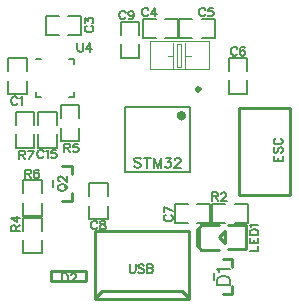
<source format=gto>
G04 ---------------------------- Layer name :TOP SILK LAYER*
G04 EasyEDA v5.6.15, Thu, 26 Jul 2018 23:13:41 GMT*
G04 a350aba4d1a84c778ca10979b53d7052*
G04 Gerber Generator version 0.2*
G04 Scale: 100 percent, Rotated: No, Reflected: No *
G04 Dimensions in inches *
G04 leading zeros omitted , absolute positions ,2 integer and 4 decimal *
%FSLAX24Y24*%
%MOIN*%
G90*
G70D02*

%ADD10C,0.010000*%
%ADD43C,0.007874*%
%ADD44C,0.003937*%
%ADD45C,0.004000*%
%ADD46C,0.005905*%
%ADD47C,0.011811*%
%ADD48C,0.015748*%
%ADD49C,0.007000*%
%ADD50C,0.005000*%
%ADD51C,0.006000*%

%LPD*%
G54D10*
G01X7805Y477D02*
G01X7805Y217D01*
G01X7805Y477D01*
G01X7805Y217D01*
G01X7484Y217D01*
G01X7484Y1367D02*
G01X7805Y1367D01*
G01X7805Y1107D01*
G54D43*
G01X7196Y910D02*
G01X7196Y675D01*
G01X2028Y8827D02*
G01X1594Y8827D01*
G01X1594Y9457D01*
G01X2028Y9457D01*
G01X2342Y8827D02*
G01X2776Y8827D01*
G01X2776Y9221D01*
G01X2776Y9457D01*
G01X2342Y9457D01*
G01X344Y7625D02*
G01X344Y8057D01*
G01X975Y8057D01*
G01X975Y7625D01*
G01X344Y7309D02*
G01X344Y6876D01*
G01X738Y6876D01*
G01X975Y6876D01*
G01X975Y7309D01*
G01X1965Y5521D02*
G01X1965Y5086D01*
G01X1334Y5086D01*
G01X1334Y5521D01*
G01X1965Y5834D02*
G01X1965Y6269D01*
G01X1571Y6269D01*
G01X1334Y6269D01*
G01X1334Y5834D01*
G54D10*
G01X7667Y1692D02*
G01X8278Y1692D01*
G01X8278Y2492D01*
G01X7667Y2492D01*
G01X7357Y1682D02*
G01X6778Y1682D01*
G01X6617Y1842D01*
G01X6617Y2342D01*
G01X6767Y2492D01*
G01X7367Y2492D01*
G01X7578Y1896D02*
G01X7578Y2289D01*
G01X7578Y2289D01*
G01X7382Y2092D01*
G01X7382Y2092D01*
G01X7578Y1896D01*
G01X6713Y1777D02*
G01X6713Y2407D01*
G54D43*
G01X2084Y6064D02*
G01X2084Y6498D01*
G01X2715Y6498D01*
G01X2715Y6064D01*
G01X2084Y5750D02*
G01X2084Y5316D01*
G01X2478Y5316D01*
G01X2715Y5316D01*
G01X2715Y5750D01*
G54D44*
G01X6423Y8129D02*
G01X6265Y8129D01*
G01X6226Y7736D02*
G01X6226Y8562D01*
G01X6107Y7775D02*
G01X6107Y8523D01*
G01X5951Y8523D01*
G01X5951Y7775D01*
G01X6107Y7775D01*
G01X5832Y7736D02*
G01X5832Y8562D01*
G01X5792Y8129D02*
G01X5675Y8129D01*
G54D45*
G01X7040Y8623D02*
G01X5071Y8623D01*
G01X5071Y7716D02*
G01X7040Y7716D01*
G01X5071Y7717D02*
G01X5071Y8623D01*
G01X7040Y7717D02*
G01X7040Y8623D01*
G54D43*
G01X5571Y9357D02*
G01X6005Y9357D01*
G01X6005Y8727D01*
G01X5571Y8727D01*
G01X5257Y9357D02*
G01X4823Y9357D01*
G01X4823Y8963D01*
G01X4823Y8727D01*
G01X5257Y8727D01*
G01X6478Y8727D02*
G01X6044Y8727D01*
G01X6044Y9357D01*
G01X6478Y9357D01*
G01X6792Y8727D02*
G01X7226Y8727D01*
G01X7226Y9121D01*
G01X7226Y9357D01*
G01X6792Y9357D01*
G01X8315Y7321D02*
G01X8315Y6886D01*
G01X7684Y6886D01*
G01X7684Y7321D01*
G01X8315Y7634D02*
G01X8315Y8069D01*
G01X7921Y8069D01*
G01X7684Y8069D01*
G01X7684Y7634D01*
G01X6328Y2577D02*
G01X5894Y2577D01*
G01X5894Y3207D01*
G01X6328Y3207D01*
G01X6642Y2577D02*
G01X7076Y2577D01*
G01X7076Y2971D01*
G01X7076Y3207D01*
G01X6642Y3207D01*
G01X3034Y3464D02*
G01X3034Y3898D01*
G01X3665Y3898D01*
G01X3665Y3464D01*
G01X3034Y3150D02*
G01X3034Y2716D01*
G01X3428Y2716D01*
G01X3665Y2716D01*
G01X3665Y3150D01*
G01X4715Y8521D02*
G01X4715Y8086D01*
G01X4084Y8086D01*
G01X4084Y8521D01*
G01X4715Y8834D02*
G01X4715Y9269D01*
G01X4321Y9269D01*
G01X4084Y9269D01*
G01X4084Y8834D01*
G54D46*
G01X1417Y6769D02*
G01X1261Y6769D01*
G01X1261Y6926D01*
G01X2363Y6769D02*
G01X2519Y6769D01*
G01X2519Y6926D01*
G01X2363Y8028D02*
G01X2519Y8028D01*
G01X2519Y7871D01*
G01X1261Y8028D02*
G01X1417Y8028D01*
G54D43*
G01X6400Y4265D02*
G01X4234Y4265D01*
G01X4234Y6430D01*
G01X6400Y6430D01*
G01X6400Y4265D01*
G54D10*
G01X1769Y962D02*
G01X2930Y962D01*
G01X2930Y962D02*
G01X2930Y623D01*
G01X2930Y623D02*
G01X1769Y623D01*
G01X1769Y623D02*
G01X1769Y962D01*
G01X6375Y2296D02*
G01X6375Y35D01*
G01X6375Y2300D02*
G01X3225Y2300D01*
G01X3225Y2300D02*
G01X3225Y39D01*
G01X6375Y31D02*
G01X3225Y31D01*
G01X6134Y310D02*
G01X3469Y310D01*
G01X6367Y31D02*
G01X6367Y78D01*
G01X6134Y310D01*
G01X3236Y39D02*
G01X3236Y78D01*
G01X3469Y310D01*
G54D43*
G01X7578Y2577D02*
G01X7144Y2577D01*
G01X7144Y3207D01*
G01X7578Y3207D01*
G01X7892Y2577D02*
G01X8326Y2577D01*
G01X8326Y2971D01*
G01X8326Y3207D01*
G01X7892Y3207D01*
G01X834Y2314D02*
G01X834Y2748D01*
G01X1465Y2748D01*
G01X1465Y2314D01*
G01X834Y2000D02*
G01X834Y1566D01*
G01X1228Y1566D01*
G01X1465Y1566D01*
G01X1465Y2000D01*
G01X834Y3564D02*
G01X834Y3998D01*
G01X1465Y3998D01*
G01X1465Y3564D01*
G01X834Y3250D02*
G01X834Y2816D01*
G01X1228Y2816D01*
G01X1465Y2816D01*
G01X1465Y3250D01*
G01X1215Y5521D02*
G01X1215Y5086D01*
G01X584Y5086D01*
G01X584Y5521D01*
G01X1215Y5834D02*
G01X1215Y6269D01*
G01X821Y6269D01*
G01X584Y6269D01*
G01X584Y5834D01*
G54D10*
G01X2455Y3577D02*
G01X2455Y3317D01*
G01X2455Y3577D01*
G01X2455Y3317D01*
G01X2134Y3317D01*
G01X2134Y4467D02*
G01X2455Y4467D01*
G01X2455Y4207D01*
G54D43*
G01X1846Y4010D02*
G01X1846Y3775D01*
G54D10*
G01X9750Y3492D02*
G01X8050Y3492D01*
G01X9750Y6392D02*
G01X9750Y3492D01*
G01X9750Y6392D02*
G01X8050Y6392D01*
G01X8050Y6392D02*
G01X8050Y3492D01*
G54D49*
G01X7300Y519D02*
G01X7728Y519D01*
G01X7300Y519D02*
G01X7300Y661D01*
G01X7319Y723D01*
G01X7361Y763D01*
G01X7401Y784D01*
G01X7463Y804D01*
G01X7565Y804D01*
G01X7626Y784D01*
G01X7667Y763D01*
G01X7709Y723D01*
G01X7728Y661D01*
G01X7728Y519D01*
G01X7380Y939D02*
G01X7361Y980D01*
G01X7300Y1042D01*
G01X7728Y1042D01*
G54D50*
G01X2955Y9134D02*
G01X2926Y9120D01*
G01X2900Y9093D01*
G01X2886Y9065D01*
G01X2886Y9011D01*
G01X2900Y8984D01*
G01X2926Y8956D01*
G01X2955Y8943D01*
G01X2994Y8929D01*
G01X3063Y8929D01*
G01X3105Y8943D01*
G01X3132Y8956D01*
G01X3159Y8984D01*
G01X3173Y9011D01*
G01X3173Y9065D01*
G01X3159Y9093D01*
G01X3132Y9120D01*
G01X3105Y9134D01*
G01X2886Y9251D02*
G01X2886Y9401D01*
G01X2994Y9319D01*
G01X2994Y9360D01*
G01X3009Y9387D01*
G01X3023Y9401D01*
G01X3063Y9414D01*
G01X3090Y9414D01*
G01X3132Y9401D01*
G01X3159Y9374D01*
G01X3173Y9333D01*
G01X3173Y9292D01*
G01X3159Y9251D01*
G01X3144Y9237D01*
G01X3117Y9224D01*
G01X655Y6723D02*
G01X640Y6751D01*
G01X613Y6778D01*
G01X586Y6792D01*
G01X532Y6792D01*
G01X505Y6778D01*
G01X476Y6751D01*
G01X463Y6723D01*
G01X450Y6683D01*
G01X450Y6614D01*
G01X463Y6573D01*
G01X476Y6546D01*
G01X505Y6519D01*
G01X532Y6505D01*
G01X586Y6505D01*
G01X613Y6519D01*
G01X640Y6546D01*
G01X655Y6573D01*
G01X744Y6737D02*
G01X771Y6751D01*
G01X813Y6792D01*
G01X813Y6505D01*
G01X1518Y4944D02*
G01X1504Y4972D01*
G01X1477Y4999D01*
G01X1449Y5013D01*
G01X1395Y5013D01*
G01X1368Y4999D01*
G01X1340Y4972D01*
G01X1327Y4944D01*
G01X1313Y4904D01*
G01X1313Y4835D01*
G01X1327Y4794D01*
G01X1340Y4767D01*
G01X1368Y4740D01*
G01X1395Y4726D01*
G01X1449Y4726D01*
G01X1477Y4740D01*
G01X1504Y4767D01*
G01X1518Y4794D01*
G01X1608Y4958D02*
G01X1635Y4972D01*
G01X1676Y5013D01*
G01X1676Y4726D01*
G01X1929Y5013D02*
G01X1793Y5013D01*
G01X1779Y4890D01*
G01X1793Y4904D01*
G01X1834Y4917D01*
G01X1875Y4917D01*
G01X1916Y4904D01*
G01X1943Y4876D01*
G01X1957Y4835D01*
G01X1957Y4808D01*
G01X1943Y4767D01*
G01X1916Y4740D01*
G01X1875Y4726D01*
G01X1834Y4726D01*
G01X1793Y4740D01*
G01X1779Y4754D01*
G01X1766Y4781D01*
G01X8386Y1642D02*
G01X8673Y1642D01*
G01X8673Y1642D02*
G01X8673Y1806D01*
G01X8386Y1896D02*
G01X8673Y1896D01*
G01X8386Y1896D02*
G01X8386Y2073D01*
G01X8523Y1896D02*
G01X8523Y2005D01*
G01X8673Y1896D02*
G01X8673Y2073D01*
G01X8386Y2163D02*
G01X8673Y2163D01*
G01X8386Y2163D02*
G01X8386Y2258D01*
G01X8400Y2300D01*
G01X8426Y2327D01*
G01X8455Y2340D01*
G01X8494Y2354D01*
G01X8563Y2354D01*
G01X8605Y2340D01*
G01X8632Y2327D01*
G01X8659Y2300D01*
G01X8673Y2258D01*
G01X8673Y2163D01*
G01X8440Y2444D02*
G01X8426Y2471D01*
G01X8386Y2512D01*
G01X8673Y2512D01*
G01X2213Y5215D02*
G01X2213Y4928D01*
G01X2213Y5215D02*
G01X2336Y5215D01*
G01X2377Y5201D01*
G01X2390Y5187D01*
G01X2404Y5160D01*
G01X2404Y5133D01*
G01X2390Y5106D01*
G01X2377Y5092D01*
G01X2336Y5078D01*
G01X2213Y5078D01*
G01X2308Y5078D02*
G01X2404Y4928D01*
G01X2658Y5215D02*
G01X2521Y5215D01*
G01X2508Y5092D01*
G01X2521Y5106D01*
G01X2562Y5119D01*
G01X2603Y5119D01*
G01X2644Y5106D01*
G01X2671Y5078D01*
G01X2685Y5037D01*
G01X2685Y5010D01*
G01X2671Y4969D01*
G01X2644Y4942D01*
G01X2603Y4928D01*
G01X2562Y4928D01*
G01X2521Y4942D01*
G01X2508Y4956D01*
G01X2494Y4983D01*
G01X5005Y9674D02*
G01X4990Y9702D01*
G01X4963Y9729D01*
G01X4936Y9743D01*
G01X4882Y9743D01*
G01X4855Y9729D01*
G01X4826Y9702D01*
G01X4813Y9674D01*
G01X4800Y9634D01*
G01X4800Y9565D01*
G01X4813Y9524D01*
G01X4826Y9497D01*
G01X4855Y9470D01*
G01X4882Y9456D01*
G01X4936Y9456D01*
G01X4963Y9470D01*
G01X4990Y9497D01*
G01X5005Y9524D01*
G01X5230Y9743D02*
G01X5094Y9552D01*
G01X5298Y9552D01*
G01X5230Y9743D02*
G01X5230Y9456D01*
G01X6905Y9674D02*
G01X6891Y9702D01*
G01X6864Y9729D01*
G01X6836Y9743D01*
G01X6782Y9743D01*
G01X6755Y9729D01*
G01X6727Y9702D01*
G01X6714Y9674D01*
G01X6700Y9634D01*
G01X6700Y9565D01*
G01X6714Y9524D01*
G01X6727Y9497D01*
G01X6755Y9470D01*
G01X6782Y9456D01*
G01X6836Y9456D01*
G01X6864Y9470D01*
G01X6891Y9497D01*
G01X6905Y9524D01*
G01X7158Y9743D02*
G01X7022Y9743D01*
G01X7008Y9620D01*
G01X7022Y9634D01*
G01X7063Y9647D01*
G01X7104Y9647D01*
G01X7145Y9634D01*
G01X7172Y9606D01*
G01X7185Y9565D01*
G01X7185Y9538D01*
G01X7172Y9497D01*
G01X7145Y9470D01*
G01X7104Y9456D01*
G01X7063Y9456D01*
G01X7022Y9470D01*
G01X7008Y9484D01*
G01X6995Y9511D01*
G01X7969Y8365D02*
G01X7955Y8394D01*
G01X7928Y8421D01*
G01X7900Y8434D01*
G01X7846Y8434D01*
G01X7819Y8421D01*
G01X7791Y8394D01*
G01X7778Y8365D01*
G01X7764Y8325D01*
G01X7764Y8256D01*
G01X7778Y8215D01*
G01X7791Y8188D01*
G01X7819Y8161D01*
G01X7846Y8148D01*
G01X7900Y8148D01*
G01X7928Y8161D01*
G01X7955Y8188D01*
G01X7969Y8215D01*
G01X8222Y8394D02*
G01X8209Y8421D01*
G01X8168Y8434D01*
G01X8140Y8434D01*
G01X8099Y8421D01*
G01X8072Y8379D01*
G01X8059Y8311D01*
G01X8059Y8244D01*
G01X8072Y8188D01*
G01X8099Y8161D01*
G01X8140Y8148D01*
G01X8154Y8148D01*
G01X8195Y8161D01*
G01X8222Y8188D01*
G01X8236Y8229D01*
G01X8236Y8244D01*
G01X8222Y8284D01*
G01X8195Y8311D01*
G01X8154Y8325D01*
G01X8140Y8325D01*
G01X8099Y8311D01*
G01X8072Y8284D01*
G01X8059Y8244D01*
G01X5605Y2834D02*
G01X5576Y2820D01*
G01X5550Y2793D01*
G01X5536Y2765D01*
G01X5536Y2711D01*
G01X5550Y2684D01*
G01X5576Y2656D01*
G01X5605Y2643D01*
G01X5644Y2629D01*
G01X5713Y2629D01*
G01X5755Y2643D01*
G01X5782Y2656D01*
G01X5809Y2684D01*
G01X5823Y2711D01*
G01X5823Y2765D01*
G01X5809Y2793D01*
G01X5782Y2820D01*
G01X5755Y2834D01*
G01X5536Y3114D02*
G01X5823Y2978D01*
G01X5536Y2924D02*
G01X5536Y3114D01*
G01X3305Y2574D02*
G01X3290Y2602D01*
G01X3263Y2629D01*
G01X3236Y2643D01*
G01X3182Y2643D01*
G01X3155Y2629D01*
G01X3126Y2602D01*
G01X3113Y2574D01*
G01X3100Y2534D01*
G01X3100Y2465D01*
G01X3113Y2424D01*
G01X3126Y2397D01*
G01X3155Y2370D01*
G01X3182Y2356D01*
G01X3236Y2356D01*
G01X3263Y2370D01*
G01X3290Y2397D01*
G01X3305Y2424D01*
G01X3463Y2643D02*
G01X3421Y2629D01*
G01X3407Y2602D01*
G01X3407Y2574D01*
G01X3421Y2547D01*
G01X3448Y2534D01*
G01X3503Y2520D01*
G01X3544Y2506D01*
G01X3571Y2479D01*
G01X3584Y2452D01*
G01X3584Y2411D01*
G01X3571Y2384D01*
G01X3557Y2370D01*
G01X3517Y2356D01*
G01X3463Y2356D01*
G01X3421Y2370D01*
G01X3407Y2384D01*
G01X3394Y2411D01*
G01X3394Y2452D01*
G01X3407Y2479D01*
G01X3434Y2506D01*
G01X3476Y2520D01*
G01X3530Y2534D01*
G01X3557Y2547D01*
G01X3571Y2574D01*
G01X3571Y2602D01*
G01X3557Y2629D01*
G01X3517Y2643D01*
G01X3463Y2643D01*
G01X4255Y9573D02*
G01X4241Y9601D01*
G01X4214Y9628D01*
G01X4186Y9642D01*
G01X4132Y9642D01*
G01X4105Y9628D01*
G01X4077Y9601D01*
G01X4064Y9573D01*
G01X4050Y9533D01*
G01X4050Y9464D01*
G01X4064Y9423D01*
G01X4077Y9396D01*
G01X4105Y9369D01*
G01X4132Y9355D01*
G01X4186Y9355D01*
G01X4214Y9369D01*
G01X4241Y9396D01*
G01X4255Y9423D01*
G01X4522Y9546D02*
G01X4508Y9505D01*
G01X4481Y9478D01*
G01X4440Y9464D01*
G01X4426Y9464D01*
G01X4385Y9478D01*
G01X4358Y9505D01*
G01X4345Y9546D01*
G01X4345Y9560D01*
G01X4358Y9601D01*
G01X4385Y9628D01*
G01X4426Y9642D01*
G01X4440Y9642D01*
G01X4481Y9628D01*
G01X4508Y9601D01*
G01X4522Y9546D01*
G01X4522Y9478D01*
G01X4508Y9410D01*
G01X4481Y9369D01*
G01X4440Y9355D01*
G01X4413Y9355D01*
G01X4372Y9369D01*
G01X4358Y9396D01*
G01X2650Y8561D02*
G01X2650Y8356D01*
G01X2663Y8315D01*
G01X2690Y8288D01*
G01X2732Y8275D01*
G01X2759Y8275D01*
G01X2800Y8288D01*
G01X2826Y8315D01*
G01X2840Y8356D01*
G01X2840Y8561D01*
G01X3067Y8561D02*
G01X2930Y8371D01*
G01X3134Y8371D01*
G01X3067Y8561D02*
G01X3067Y8275D01*
G54D51*
G01X4763Y4694D02*
G01X4731Y4726D01*
G01X4683Y4742D01*
G01X4620Y4742D01*
G01X4572Y4726D01*
G01X4540Y4694D01*
G01X4540Y4662D01*
G01X4556Y4631D01*
G01X4572Y4615D01*
G01X4604Y4600D01*
G01X4699Y4567D01*
G01X4731Y4551D01*
G01X4747Y4535D01*
G01X4763Y4503D01*
G01X4763Y4456D01*
G01X4731Y4425D01*
G01X4683Y4408D01*
G01X4620Y4408D01*
G01X4572Y4425D01*
G01X4540Y4456D01*
G01X4979Y4742D02*
G01X4979Y4408D01*
G01X4868Y4742D02*
G01X5090Y4742D01*
G01X5195Y4742D02*
G01X5195Y4408D01*
G01X5195Y4742D02*
G01X5323Y4408D01*
G01X5450Y4742D02*
G01X5323Y4408D01*
G01X5450Y4742D02*
G01X5450Y4408D01*
G01X5587Y4742D02*
G01X5762Y4742D01*
G01X5666Y4615D01*
G01X5714Y4615D01*
G01X5746Y4600D01*
G01X5762Y4583D01*
G01X5778Y4535D01*
G01X5778Y4503D01*
G01X5762Y4456D01*
G01X5730Y4425D01*
G01X5682Y4408D01*
G01X5635Y4408D01*
G01X5587Y4425D01*
G01X5571Y4440D01*
G01X5555Y4471D01*
G01X5899Y4662D02*
G01X5899Y4678D01*
G01X5915Y4710D01*
G01X5930Y4726D01*
G01X5962Y4742D01*
G01X6026Y4742D01*
G01X6058Y4726D01*
G01X6074Y4710D01*
G01X6090Y4678D01*
G01X6090Y4646D01*
G01X6074Y4615D01*
G01X6042Y4567D01*
G01X5883Y4408D01*
G01X6105Y4408D01*
G54D50*
G01X2150Y893D02*
G01X2150Y606D01*
G01X2150Y893D02*
G01X2244Y893D01*
G01X2286Y879D01*
G01X2313Y852D01*
G01X2326Y824D01*
G01X2340Y784D01*
G01X2340Y715D01*
G01X2326Y674D01*
G01X2313Y647D01*
G01X2286Y620D01*
G01X2244Y606D01*
G01X2150Y606D01*
G01X2444Y824D02*
G01X2444Y838D01*
G01X2457Y865D01*
G01X2471Y879D01*
G01X2498Y893D01*
G01X2553Y893D01*
G01X2580Y879D01*
G01X2594Y865D01*
G01X2607Y838D01*
G01X2607Y811D01*
G01X2594Y784D01*
G01X2567Y743D01*
G01X2430Y606D01*
G01X2621Y606D01*
G01X4400Y1192D02*
G01X4400Y987D01*
G01X4413Y946D01*
G01X4440Y919D01*
G01X4482Y905D01*
G01X4509Y905D01*
G01X4550Y919D01*
G01X4576Y946D01*
G01X4590Y987D01*
G01X4590Y1192D01*
G01X4871Y1151D02*
G01X4844Y1178D01*
G01X4803Y1192D01*
G01X4748Y1192D01*
G01X4707Y1178D01*
G01X4680Y1151D01*
G01X4680Y1123D01*
G01X4694Y1096D01*
G01X4707Y1083D01*
G01X4734Y1069D01*
G01X4817Y1042D01*
G01X4844Y1028D01*
G01X4857Y1014D01*
G01X4871Y987D01*
G01X4871Y946D01*
G01X4844Y919D01*
G01X4803Y905D01*
G01X4748Y905D01*
G01X4707Y919D01*
G01X4680Y946D01*
G01X4961Y1192D02*
G01X4961Y905D01*
G01X4961Y1192D02*
G01X5084Y1192D01*
G01X5125Y1178D01*
G01X5138Y1164D01*
G01X5153Y1137D01*
G01X5153Y1110D01*
G01X5138Y1083D01*
G01X5125Y1069D01*
G01X5084Y1055D01*
G01X4961Y1055D02*
G01X5084Y1055D01*
G01X5125Y1042D01*
G01X5138Y1028D01*
G01X5153Y1001D01*
G01X5153Y960D01*
G01X5138Y933D01*
G01X5125Y919D01*
G01X5084Y905D01*
G01X4961Y905D01*
G01X7150Y3593D02*
G01X7150Y3306D01*
G01X7150Y3593D02*
G01X7273Y3593D01*
G01X7313Y3579D01*
G01X7326Y3565D01*
G01X7340Y3538D01*
G01X7340Y3511D01*
G01X7326Y3484D01*
G01X7313Y3470D01*
G01X7273Y3456D01*
G01X7150Y3456D01*
G01X7244Y3456D02*
G01X7340Y3306D01*
G01X7444Y3524D02*
G01X7444Y3538D01*
G01X7457Y3565D01*
G01X7471Y3579D01*
G01X7498Y3593D01*
G01X7553Y3593D01*
G01X7580Y3579D01*
G01X7594Y3565D01*
G01X7607Y3538D01*
G01X7607Y3511D01*
G01X7594Y3484D01*
G01X7567Y3443D01*
G01X7430Y3306D01*
G01X7621Y3306D01*
G01X450Y2307D02*
G01X736Y2307D01*
G01X450Y2307D02*
G01X450Y2430D01*
G01X463Y2471D01*
G01X478Y2484D01*
G01X505Y2498D01*
G01X532Y2498D01*
G01X559Y2484D01*
G01X573Y2471D01*
G01X586Y2430D01*
G01X586Y2307D01*
G01X586Y2402D02*
G01X736Y2498D01*
G01X450Y2725D02*
G01X640Y2588D01*
G01X640Y2792D01*
G01X450Y2725D02*
G01X736Y2725D01*
G01X913Y4349D02*
G01X913Y4062D01*
G01X913Y4349D02*
G01X1036Y4349D01*
G01X1077Y4335D01*
G01X1090Y4321D01*
G01X1104Y4294D01*
G01X1104Y4267D01*
G01X1090Y4240D01*
G01X1077Y4226D01*
G01X1036Y4212D01*
G01X913Y4212D01*
G01X1009Y4212D02*
G01X1104Y4062D01*
G01X1358Y4308D02*
G01X1344Y4335D01*
G01X1303Y4349D01*
G01X1276Y4349D01*
G01X1235Y4335D01*
G01X1208Y4294D01*
G01X1194Y4226D01*
G01X1194Y4158D01*
G01X1208Y4103D01*
G01X1235Y4076D01*
G01X1276Y4062D01*
G01X1290Y4062D01*
G01X1330Y4076D01*
G01X1358Y4103D01*
G01X1371Y4144D01*
G01X1371Y4158D01*
G01X1358Y4199D01*
G01X1330Y4226D01*
G01X1290Y4240D01*
G01X1276Y4240D01*
G01X1235Y4226D01*
G01X1208Y4199D01*
G01X1194Y4158D01*
G01X713Y4985D02*
G01X713Y4698D01*
G01X713Y4985D02*
G01X836Y4985D01*
G01X877Y4971D01*
G01X890Y4957D01*
G01X904Y4930D01*
G01X904Y4903D01*
G01X890Y4876D01*
G01X877Y4862D01*
G01X836Y4848D01*
G01X713Y4848D01*
G01X808Y4848D02*
G01X904Y4698D01*
G01X1185Y4985D02*
G01X1048Y4698D01*
G01X994Y4985D02*
G01X1185Y4985D01*
G01X1999Y3724D02*
G01X2013Y3697D01*
G01X2040Y3670D01*
G01X2068Y3656D01*
G01X2109Y3642D01*
G01X2177Y3642D01*
G01X2218Y3656D01*
G01X2245Y3670D01*
G01X2272Y3697D01*
G01X2286Y3724D01*
G01X2286Y3779D01*
G01X2272Y3806D01*
G01X2245Y3833D01*
G01X2218Y3847D01*
G01X2177Y3861D01*
G01X2109Y3861D01*
G01X2068Y3847D01*
G01X2040Y3833D01*
G01X2013Y3806D01*
G01X1999Y3779D01*
G01X1999Y3724D01*
G01X2231Y3765D02*
G01X2313Y3847D01*
G01X2068Y3964D02*
G01X2054Y3964D01*
G01X2027Y3978D01*
G01X2013Y3992D01*
G01X1999Y4019D01*
G01X1999Y4073D01*
G01X2013Y4101D01*
G01X2027Y4114D01*
G01X2054Y4128D01*
G01X2081Y4128D01*
G01X2109Y4114D01*
G01X2149Y4087D01*
G01X2286Y3951D01*
G01X2286Y4142D01*
G01X9200Y4639D02*
G01X9487Y4639D01*
G01X9200Y4639D02*
G01X9200Y4816D01*
G01X9337Y4639D02*
G01X9337Y4748D01*
G01X9487Y4639D02*
G01X9487Y4816D01*
G01X9241Y5098D02*
G01X9214Y5071D01*
G01X9200Y5029D01*
G01X9200Y4975D01*
G01X9214Y4934D01*
G01X9241Y4906D01*
G01X9269Y4906D01*
G01X9296Y4921D01*
G01X9309Y4934D01*
G01X9323Y4961D01*
G01X9350Y5044D01*
G01X9364Y5071D01*
G01X9378Y5084D01*
G01X9405Y5098D01*
G01X9446Y5098D01*
G01X9473Y5071D01*
G01X9487Y5029D01*
G01X9487Y4975D01*
G01X9473Y4934D01*
G01X9446Y4906D01*
G01X9269Y5392D02*
G01X9241Y5378D01*
G01X9214Y5351D01*
G01X9200Y5325D01*
G01X9200Y5269D01*
G01X9214Y5242D01*
G01X9241Y5214D01*
G01X9269Y5201D01*
G01X9309Y5187D01*
G01X9378Y5187D01*
G01X9419Y5201D01*
G01X9446Y5214D01*
G01X9473Y5242D01*
G01X9487Y5269D01*
G01X9487Y5325D01*
G01X9473Y5351D01*
G01X9446Y5378D01*
G01X9419Y5392D01*
G54D47*
G75*
G01X6675Y6973D02*
G3X6674Y6973I-1J59D01*
G01*
G54D48*
G75*
G01X6114Y6068D02*
G3X6113Y6068I0J79D01*
G01*
M00*
M02*

</source>
